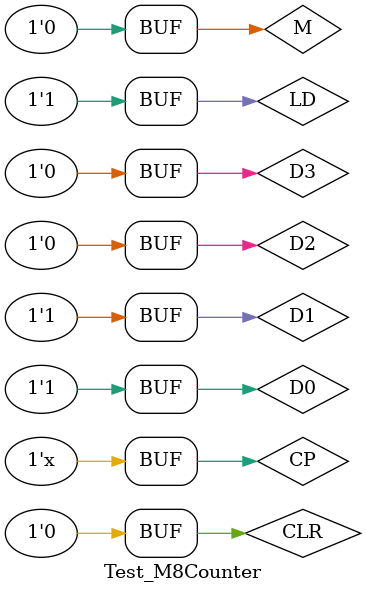
<source format=v>
`timescale 1ns / 1ps

module Test_M8Counter();
    //²âÊÔÊäÈë
    reg CP;
    reg CLR;
    reg LD;
    reg M;
    reg D3;
    reg D2;
    reg D1;
    reg D0;
    //²âÊÔÊä³ö
    wire Q3;
    wire Q2;
    wire Q1;
    wire Q0;
    wire carry;
    
    initial begin
        CP = 0;
        CLR = 0;
        LD = 1;//³õÊ¼ÏÈ²»¼ÓÔØ
        M = 1;
        D3 = 0;
        D2 = 0;
        D1 = 1;
        D0 = 1;
        
        //¿ªÊ¼·ÂÕæÂö³å²¨
        LD = #10 0;
        LD = #10 1;//×°ÔØ
        M = #140 0;
 
        CLR = #150 1;
        CLR = #10 0;
    end
    always #5 begin //ÖÜÆÚÎª5
        CP = ~CP;
    end;
    Module8_Counter test_ct2(CP,CLR,LD,M,D3,D2,D1,D0,Q3,Q2,Q1,Q0,carry);
endmodule

</source>
